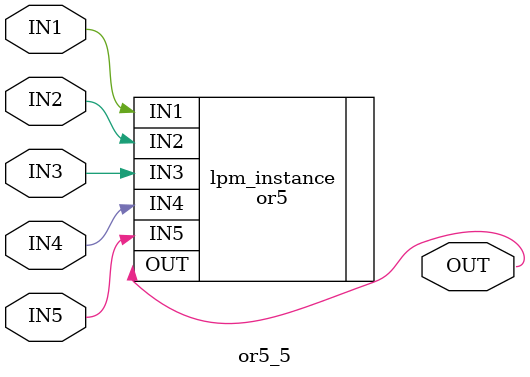
<source format=v>



module or5_5(IN1,IN3,IN2,IN5,IN4,OUT);
input IN1;
input IN3;
input IN2;
input IN5;
input IN4;
output OUT;

or5	lpm_instance(.IN1(IN1),.IN3(IN3),.IN2(IN2),.IN5(IN5),.IN4(IN4),.OUT(OUT));

endmodule

</source>
